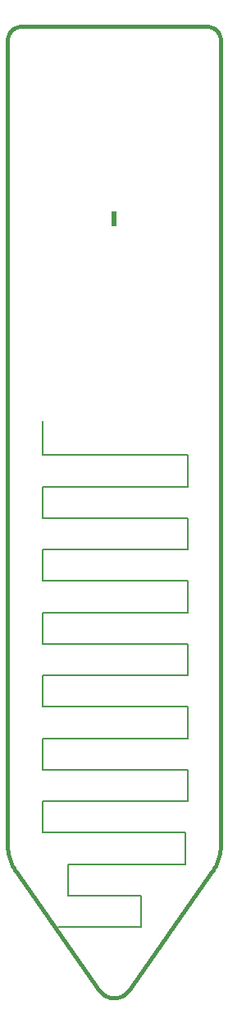
<source format=gko>
G04*
G04 #@! TF.GenerationSoftware,Altium Limited,Altium Designer,19.1.5 (86)*
G04*
G04 Layer_Color=16711935*
%FSLAX25Y25*%
%MOIN*%
G70*
G01*
G75*
%ADD13C,0.00787*%
%ADD15C,0.00050*%
%ADD82C,0.01575*%
%ADD83R,0.02000X0.06000*%
D13*
X73469Y181694D02*
Y194446D01*
X14413Y181694D02*
X73469D01*
X14413Y168943D02*
Y181694D01*
Y168943D02*
X73469D01*
Y156191D02*
Y168943D01*
X14413Y156191D02*
X73469D01*
X14413Y143439D02*
Y156191D01*
Y143439D02*
X73469D01*
Y130688D02*
Y143439D01*
X14413Y130688D02*
X73469D01*
X14413Y117936D02*
Y130688D01*
Y117936D02*
X73469D01*
Y105184D02*
Y117936D01*
X14413Y105184D02*
X73469D01*
X14413Y92432D02*
Y105184D01*
Y92432D02*
X73469D01*
Y79681D02*
Y92432D01*
X14413Y79681D02*
X73469D01*
X14413Y66929D02*
Y79681D01*
Y66929D02*
X72201D01*
Y54177D02*
Y66929D01*
X24610Y54177D02*
X72201D01*
X24610Y41426D02*
Y54177D01*
Y41426D02*
X54343D01*
Y28674D02*
Y41426D01*
X20562Y28674D02*
X54343D01*
X14413Y194446D02*
X73469D01*
X14413D02*
Y207198D01*
X73469D02*
Y219949D01*
X14413Y207198D02*
X73469D01*
X14413Y219949D02*
X73469D01*
X14413D02*
Y233829D01*
D15*
X83079Y50936D02*
X83633Y51771D01*
X84143Y52633D01*
X84609Y53520D01*
X85029Y54430D01*
X85403Y55360D01*
X85728Y56307D01*
X86005Y57270D01*
X86233Y58246D01*
X86410Y59232D01*
X86537Y60226D01*
X86614Y61225D01*
X86639Y62227D01*
X36882Y3383D02*
X37511Y2596D01*
X38236Y1897D01*
X39044Y1295D01*
X39922Y802D01*
X40855Y425D01*
X41830Y170D01*
X42829Y41D01*
X43836D01*
X44835Y170D01*
X45809Y425D01*
X46743Y802D01*
X47621Y1295D01*
X48428Y1897D01*
X49153Y2596D01*
X49782Y3383D01*
X25Y62227D02*
X51Y61225D01*
X127Y60226D01*
X254Y59232D01*
X432Y58246D01*
X659Y57270D01*
X936Y56307D01*
X1262Y55360D01*
X1635Y54430D01*
X2055Y53520D01*
X2521Y52633D01*
X3031Y51771D01*
X3585Y50936D01*
X5931Y393726D02*
X4905Y393636D01*
X3911Y393370D01*
X2978Y392935D01*
X2135Y392344D01*
X1407Y391616D01*
X816Y390773D01*
X381Y389840D01*
X115Y388846D01*
X25Y387820D01*
X86639Y387820D02*
X86550Y388846D01*
X86283Y389840D01*
X85848Y390773D01*
X85258Y391616D01*
X84530Y392344D01*
X83686Y392935D01*
X82753Y393370D01*
X81759Y393636D01*
X80734Y393726D01*
X86639Y62227D02*
Y387820D01*
X49782Y3383D02*
X83079Y50936D01*
X3585D02*
X36882Y3383D01*
X25Y62227D02*
Y387820D01*
X5931Y393726D02*
X80734D01*
D82*
X36882Y3383D02*
X37511Y2596D01*
X38236Y1897D01*
X39044Y1295D01*
X39922Y802D01*
X40855Y425D01*
X41830Y170D01*
X42829Y41D01*
X43836D01*
X44835Y170D01*
X45809Y425D01*
X46743Y802D01*
X47621Y1295D01*
X48428Y1897D01*
X49153Y2596D01*
X49782Y3383D01*
X83079Y50936D02*
X83633Y51771D01*
X84143Y52633D01*
X84609Y53520D01*
X85029Y54430D01*
X85403Y55360D01*
X85728Y56307D01*
X86005Y57270D01*
X86233Y58246D01*
X86410Y59232D01*
X86537Y60226D01*
X86614Y61225D01*
X86639Y62227D01*
Y387820D02*
X86550Y388846D01*
X86283Y389840D01*
X85848Y390773D01*
X85258Y391616D01*
X84530Y392344D01*
X83686Y392935D01*
X82753Y393370D01*
X81759Y393636D01*
X80734Y393726D01*
X5931D02*
X4905Y393636D01*
X3911Y393370D01*
X2978Y392935D01*
X2135Y392344D01*
X1407Y391616D01*
X816Y390773D01*
X381Y389840D01*
X115Y388846D01*
X25Y387820D01*
Y62227D02*
X51Y61225D01*
X127Y60226D01*
X254Y59232D01*
X432Y58246D01*
X659Y57270D01*
X936Y56307D01*
X1262Y55360D01*
X1635Y54430D01*
X2055Y53520D01*
X2521Y52633D01*
X3031Y51771D01*
X3585Y50936D01*
X36882Y3383D01*
X49782D02*
X83079Y50936D01*
X86639Y62227D02*
Y387820D01*
X80734Y393726D02*
X80734Y393726D01*
X5931D02*
X80734D01*
X5931D02*
X5931Y393726D01*
X0Y62400D02*
Y387994D01*
D83*
X43300Y315600D02*
D03*
M02*

</source>
